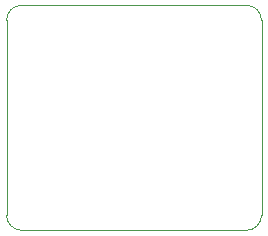
<source format=gko>
G04*
G04 #@! TF.GenerationSoftware,Altium Limited,Altium Designer,19.1.7 (138)*
G04*
G04 Layer_Color=16711935*
%FSLAX25Y25*%
%MOIN*%
G70*
G01*
G75*
%ADD11C,0.00100*%
D11*
X105000Y175000D02*
G03*
X100000Y170000I0J-5000D01*
G01*
X185000D02*
G03*
X180000Y175000I-5000J0D01*
G01*
Y100000D02*
G03*
X185000Y105000I0J5000D01*
G01*
X100000D02*
G03*
X105000Y100000I5000J0D01*
G01*
Y100000D02*
X180000Y100000D01*
X105000Y175000D02*
X180000Y175000D01*
X185000Y105000D02*
Y170000D01*
X100000Y105000D02*
Y170000D01*
M02*

</source>
